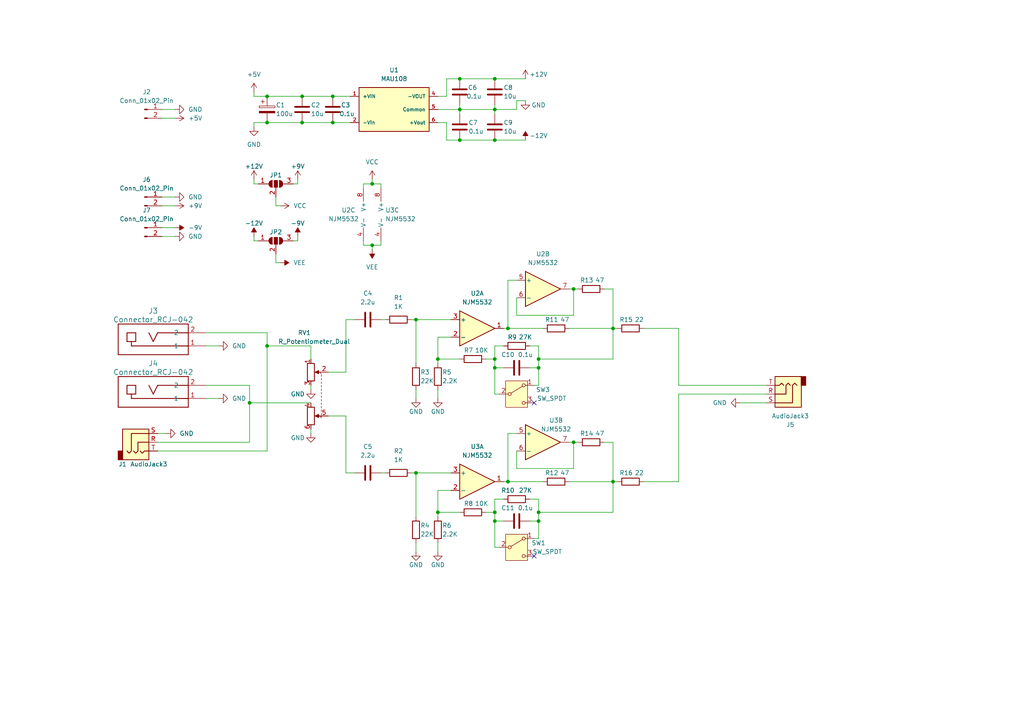
<source format=kicad_sch>
(kicad_sch (version 20230121) (generator eeschema)
  (paper "A4")
  (lib_symbols
    (symbol "Amplifier_Operational:NJM5532" (pin_names (offset 0.127))
      (property "Reference" "U" (at 0 5.08 0))
      (property "Value" "NJM5532" (at 0 -5.08 0))
      (symbol "NJM5532_1_1"
        (polyline (pts (xy -5.08 5.08) (xy 5.08 0) (xy -5.08 -5.08) (xy -5.08 5.08)) (stroke (width 0.254)) (fill (type background)))
        (pin output line (at 7.62 0 180) (length 2.54) (name "~") (number "1"))
        (pin input line (at -7.62 -2.54 0) (length 2.54) (name "-") (number "2"))
        (pin input line (at -7.62 2.54 0) (length 2.54) (name "+") (number "3"))
      )
      (symbol "NJM5532_2_1"
        (polyline (pts (xy -5.08 5.08) (xy 5.08 0) (xy -5.08 -5.08) (xy -5.08 5.08)) (stroke (width 0.254)) (fill (type background)))
        (pin input line (at -7.62 2.54 0) (length 2.54) (name "+") (number "5"))
        (pin input line (at -7.62 -2.54 0) (length 2.54) (name "-") (number "6"))
        (pin output line (at 7.62 0 180) (length 2.54) (name "~") (number "7"))
      )
      (symbol "NJM5532_3_1"
        (pin power_in line (at -2.54 -7.62 90) (length 3.81) (name "V-") (number "4"))
        (pin power_in line (at -2.54 7.62 270) (length 3.81) (name "V+") (number "8"))
      )
    )
    (symbol "Connector:Conn_01x02_Pin" (pin_names (offset 1.016) hide)
      (property "Reference" "J" (at 0 2.54 0))
      (property "Value" "Conn_01x02_Pin" (at 0 -5.08 0))
      (symbol "Conn_01x02_Pin_1_1"
        (polyline (pts (xy 1.27 -2.54) (xy 0.8636 -2.54)) (stroke (width 0.1524)))
        (polyline (pts (xy 1.27 0) (xy 0.8636 0)) (stroke (width 0.1524)))
        (rectangle (start 0.8636 -2.413) (end 0 -2.667) (stroke (width 0.1524)) (fill (type outline)))
        (rectangle (start 0.8636 0.127) (end 0 -0.127) (stroke (width 0.1524)) (fill (type outline)))
        (pin passive line (at 5.08 0 180) (length 3.81) (name "Pin_1") (number "1"))
        (pin passive line (at 5.08 -2.54 180) (length 3.81) (name "Pin_2") (number "2"))
      )
    )
    (symbol "Connector_Audio:AudioJack3"
      (property "Reference" "J" (at 0 8.89 0))
      (property "Value" "AudioJack3" (at 0 6.35 0))
      (symbol "AudioJack3_0_1"
        (rectangle (start -5.08 -5.08) (end -6.35 -2.54) (stroke (width 0.254)) (fill (type outline)))
        (polyline (pts (xy 0 -2.54) (xy 0.635 -3.175) (xy 1.27 -2.54) (xy 2.54 -2.54)) (stroke (width 0.254)))
        (polyline (pts (xy -1.905 -2.54) (xy -1.27 -3.175) (xy -0.635 -2.54) (xy -0.635 0) (xy 2.54 0)) (stroke (width 0.254)))
        (polyline (pts (xy 2.54 2.54) (xy -2.54 2.54) (xy -2.54 -2.54) (xy -3.175 -3.175) (xy -3.81 -2.54)) (stroke (width 0.254)))
        (rectangle (start 2.54 3.81) (end -5.08 -5.08) (stroke (width 0.254)) (fill (type background)))
      )
      (symbol "AudioJack3_1_1"
        (pin passive line (at 5.08 0 180) (length 2.54) (name "~") (number "R"))
        (pin passive line (at 5.08 2.54 180) (length 2.54) (name "~") (number "S"))
        (pin passive line (at 5.08 -2.54 180) (length 2.54) (name "~") (number "T"))
      )
    )
    (symbol "Connector_RCJ-042_1" (pin_names (offset 0.254))
      (property "Reference" "J" (at -15.24 6.35 0))
      (property "Value" "Connector_RCJ-042" (at -15.24 3.81 0))
      (symbol "Connector_RCJ-042_1_0_1"
        (pin unspecified line (at 0 -3.81 180) (length 7.62) (name "1") (number "1"))
      )
      (symbol "Connector_RCJ-042_1_1_1"
        (polyline (pts (xy -25.4 -6.35) (xy -5.08 -6.35)) (stroke (width 0.254)))
        (polyline (pts (xy -25.4 2.54) (xy -25.4 -6.35)) (stroke (width 0.254)))
        (polyline (pts (xy -22.86 -2.54) (xy -20.32 -2.54)) (stroke (width 0.254)))
        (polyline (pts (xy -22.86 0) (xy -22.86 -2.54)) (stroke (width 0.254)))
        (polyline (pts (xy -21.59 -3.81) (xy -21.59 -2.54)) (stroke (width 0.254)))
        (polyline (pts (xy -20.32 -2.54) (xy -20.32 0)) (stroke (width 0.254)))
        (polyline (pts (xy -20.32 0) (xy -22.86 0)) (stroke (width 0.254)))
        (polyline (pts (xy -15.24 -2.54) (xy -16.51 0)) (stroke (width 0.254)))
        (polyline (pts (xy -13.97 0) (xy -15.24 -2.54)) (stroke (width 0.254)))
        (polyline (pts (xy -5.08 -6.35) (xy -5.08 2.54)) (stroke (width 0.254)))
        (polyline (pts (xy -5.08 -3.81) (xy -21.59 -3.81)) (stroke (width 0.254)))
        (polyline (pts (xy -5.08 0) (xy -13.97 0)) (stroke (width 0.254)))
        (polyline (pts (xy -5.08 2.54) (xy -25.4 2.54)) (stroke (width 0.254)))
        (pin unspecified line (at 0 0 180) (length 7.62) (name "2") (number "2"))
      )
    )
    (symbol "Device:C" (pin_numbers hide) (pin_names (offset 0.254))
      (property "Reference" "C" (at 0.635 2.54 0))
      (property "Value" "C" (at 0.635 -2.54 0))
      (symbol "C_0_1"
        (polyline (pts (xy -2.032 -0.762) (xy 2.032 -0.762)) (stroke (width 0.508)))
        (polyline (pts (xy -2.032 0.762) (xy 2.032 0.762)) (stroke (width 0.508)))
      )
      (symbol "C_1_1"
        (pin passive line (at 0 3.81 270) (length 2.794) (name "~") (number "1"))
        (pin passive line (at 0 -3.81 90) (length 2.794) (name "~") (number "2"))
      )
    )
    (symbol "Device:C_Polarized" (pin_numbers hide) (pin_names (offset 0.254))
      (property "Reference" "C" (at 0.635 2.54 0))
      (property "Value" "C_Polarized" (at 0.635 -2.54 0))
      (symbol "C_Polarized_0_1"
        (rectangle (start -2.286 0.508) (end 2.286 1.016))
        (polyline (pts (xy -1.778 2.286) (xy -0.762 2.286)))
        (polyline (pts (xy -1.27 2.794) (xy -1.27 1.778)))
        (rectangle (start 2.286 -0.508) (end -2.286 -1.016) (fill (type outline)))
      )
      (symbol "C_Polarized_1_1"
        (pin passive line (at 0 3.81 270) (length 2.794) (name "~") (number "1"))
        (pin passive line (at 0 -3.81 90) (length 2.794) (name "~") (number "2"))
      )
    )
    (symbol "Device:R" (pin_numbers hide) (pin_names (offset 0))
      (property "Reference" "R" (at 2.032 0 90))
      (property "Value" "R" (at 0 0 90))
      (symbol "R_0_1"
        (rectangle (start -1.016 -2.54) (end 1.016 2.54) (stroke (width 0.254)))
      )
      (symbol "R_1_1"
        (pin passive line (at 0 3.81 270) (length 1.27) (name "~") (number "1"))
        (pin passive line (at 0 -3.81 90) (length 1.27) (name "~") (number "2"))
      )
    )
    (symbol "Device:R_Potentiometer_Dual" (pin_names (offset 1.016) hide)
      (property "Reference" "RV" (at 0 3.81 0))
      (property "Value" "R_Potentiometer_Dual" (at 0 1.905 0))
      (symbol "R_Potentiometer_Dual_0_1"
        (rectangle (start -8.89 -1.524) (end -3.81 -3.556) (stroke (width 0.254)))
        (polyline (pts (xy -6.35 0) (xy -6.35 -1.016)))
        (polyline (pts (xy -6.35 0) (xy -6.35 -1.016)))
        (polyline (pts (xy -6.35 0) (xy -5.842 0.508)))
        (polyline (pts (xy -5.588 0.508) (xy -5.08 0.508)))
        (polyline (pts (xy -4.572 0.508) (xy -4.064 0.508)))
        (polyline (pts (xy -3.556 0.508) (xy -3.048 0.508)))
        (polyline (pts (xy -2.54 0.508) (xy -2.032 0.508)))
        (polyline (pts (xy -1.524 0.508) (xy -1.016 0.508)))
        (polyline (pts (xy -0.508 0.508) (xy 0 0.508)))
        (polyline (pts (xy 0.508 0.508) (xy 1.016 0.508)))
        (polyline (pts (xy 1.524 0.508) (xy 2.032 0.508)))
        (polyline (pts (xy 2.54 0.508) (xy 3.048 0.508)))
        (polyline (pts (xy 3.556 0.508) (xy 4.064 0.508)))
        (polyline (pts (xy 4.572 0.508) (xy 5.08 0.508)))
        (polyline (pts (xy 5.588 0.508) (xy 6.096 0.508)))
        (polyline (pts (xy 6.35 0) (xy 6.35 -1.016)))
        (polyline (pts (xy 6.35 0) (xy 6.35 -1.016)))
        (polyline (pts (xy 6.604 0.508) (xy 6.858 0.508) (xy 6.35 0)))
        (polyline (pts (xy -6.35 -1.397) (xy -6.858 -0.254) (xy -5.842 -0.254) (xy -6.35 -1.397)) (fill (type outline)))
        (polyline (pts (xy 6.35 -1.397) (xy 5.842 -0.254) (xy 6.858 -0.254) (xy 6.35 -1.397)) (fill (type outline)))
        (rectangle (start 3.81 -1.524) (end 8.89 -3.556) (stroke (width 0.254)))
      )
      (symbol "R_Potentiometer_Dual_1_1"
        (pin passive line (at -10.16 -2.54 0) (length 1.27) (name "1") (number "1"))
        (pin passive line (at -6.35 2.54 270) (length 2.54) (name "2") (number "2"))
        (pin passive line (at -2.54 -2.54 180) (length 1.27) (name "3") (number "3"))
        (pin passive line (at 2.54 -2.54 0) (length 1.27) (name "4") (number "4"))
        (pin passive line (at 6.35 2.54 270) (length 2.54) (name "5") (number "5"))
        (pin passive line (at 10.16 -2.54 180) (length 1.27) (name "6") (number "6"))
      )
    )
    (symbol "Jumper:SolderJumper_3_Open" (pin_names (offset 0) hide)
      (property "Reference" "JP" (at -2.54 -2.54 0))
      (property "Value" "SolderJumper_3_Open" (at 0 2.794 0))
      (symbol "SolderJumper_3_Open_0_1"
        (arc (start -1.016 1.016) (mid -2.0276 0) (end -1.016 -1.016))
        (arc (start -1.016 1.016) (mid -2.0276 0) (end -1.016 -1.016) (fill (type outline)))
        (rectangle (start -0.508 1.016) (end 0.508 -1.016) (fill (type outline)))
        (polyline (pts (xy -2.54 0) (xy -2.032 0)))
        (polyline (pts (xy -1.016 1.016) (xy -1.016 -1.016)))
        (polyline (pts (xy 0 -1.27) (xy 0 -1.016)))
        (polyline (pts (xy 1.016 1.016) (xy 1.016 -1.016)))
        (polyline (pts (xy 2.54 0) (xy 2.032 0)))
        (arc (start 1.016 -1.016) (mid 2.0276 0) (end 1.016 1.016))
        (arc (start 1.016 -1.016) (mid 2.0276 0) (end 1.016 1.016) (fill (type outline)))
      )
      (symbol "SolderJumper_3_Open_1_1"
        (pin passive line (at -5.08 0 0) (length 2.54) (name "A") (number "1"))
        (pin passive line (at 0 -3.81 90) (length 2.54) (name "C") (number "2"))
        (pin passive line (at 5.08 0 180) (length 2.54) (name "B") (number "3"))
      )
    )
    (symbol "Switch:SW_SPDT" (pin_names (offset 0) hide)
      (property "Reference" "SW" (at 0 5.08 0))
      (property "Value" "SW_SPDT" (at 0 -5.08 0))
      (symbol "SW_SPDT_0_1"
        (circle (center -2.032 0) (radius 0.4572))
        (polyline (pts (xy -1.651 0.254) (xy 1.651 2.286)))
        (circle (center 2.032 -2.54) (radius 0.4572))
        (circle (center 2.032 2.54) (radius 0.4572))
      )
      (symbol "SW_SPDT_1_1"
        (rectangle (start -3.175 3.81) (end 3.175 -3.81) (fill (type background)))
        (pin passive line (at 5.08 2.54 180) (length 2.54) (name "A") (number "1"))
        (pin passive line (at -5.08 0 0) (length 2.54) (name "B") (number "2"))
        (pin passive line (at 5.08 -2.54 180) (length 2.54) (name "C") (number "3"))
      )
    )
    (symbol "TomoshibiLibrary:Connector_RCJ-042" (pin_names (offset 0.254))
      (property "Reference" "J" (at -15.24 6.35 0))
      (property "Value" "Connector_RCJ-042" (at -15.24 3.81 0))
      (symbol "Connector_RCJ-042_0_1"
        (pin unspecified line (at 0 -3.81 180) (length 7.62) (name "1") (number "1"))
      )
      (symbol "Connector_RCJ-042_1_1"
        (polyline (pts (xy -25.4 -6.35) (xy -5.08 -6.35)) (stroke (width 0.254)))
        (polyline (pts (xy -25.4 2.54) (xy -25.4 -6.35)) (stroke (width 0.254)))
        (polyline (pts (xy -22.86 -2.54) (xy -20.32 -2.54)) (stroke (width 0.254)))
        (polyline (pts (xy -22.86 0) (xy -22.86 -2.54)) (stroke (width 0.254)))
        (polyline (pts (xy -21.59 -3.81) (xy -21.59 -2.54)) (stroke (width 0.254)))
        (polyline (pts (xy -20.32 -2.54) (xy -20.32 0)) (stroke (width 0.254)))
        (polyline (pts (xy -20.32 0) (xy -22.86 0)) (stroke (width 0.254)))
        (polyline (pts (xy -15.24 -2.54) (xy -16.51 0)) (stroke (width 0.254)))
        (polyline (pts (xy -13.97 0) (xy -15.24 -2.54)) (stroke (width 0.254)))
        (polyline (pts (xy -5.08 -6.35) (xy -5.08 2.54)) (stroke (width 0.254)))
        (polyline (pts (xy -5.08 -3.81) (xy -21.59 -3.81)) (stroke (width 0.254)))
        (polyline (pts (xy -5.08 0) (xy -13.97 0)) (stroke (width 0.254)))
        (polyline (pts (xy -5.08 2.54) (xy -25.4 2.54)) (stroke (width 0.254)))
        (pin unspecified line (at 0 0 180) (length 7.62) (name "2") (number "2"))
      )
    )
    (symbol "TomoshibiLibrary:DCDC_MAU108" (pin_names (offset 1.016))
      (property "Reference" "U" (at 2.54 -2.54 0))
      (property "Value" "MAU108" (at 0 0 0))
      (symbol "DCDC_MAU108_0_0"
        (rectangle (start 2.54 -5.08) (end 22.86 -17.78) (stroke (width 0.254)) (fill (type background)))
      )
      (symbol "DCDC_MAU108_1_0"
        (pin bidirectional line (at 0 -7.62 0) (length 2.54) (name "+VIN") (number "1"))
        (pin bidirectional line (at 0 -15.24 0) (length 2.54) (name "-Vin") (number "2"))
        (pin bidirectional line (at 25.4 -7.62 180) (length 2.54) (name "-VOUT") (number "4"))
        (pin bidirectional line (at 25.4 -11.43 180) (length 2.54) (name "Common") (number "5"))
        (pin bidirectional line (at 25.4 -15.24 180) (length 2.54) (name "+Vout") (number "6"))
      )
    )
    (symbol "power:+12V" (power) (pin_names (offset 0))
      (property "Value" "+12V" (at 0 3.556 0))
      (symbol "+12V_0_1"
        (polyline (pts (xy -0.762 1.27) (xy 0 2.54)))
        (polyline (pts (xy 0 0) (xy 0 2.54)))
        (polyline (pts (xy 0 2.54) (xy 0.762 1.27)))
      )
      (symbol "+12V_1_1"
        (pin power_in line (at 0 0 90) (length 0) hide (name "+12V") (number "1"))
      )
    )
    (symbol "power:+5V" (power) (pin_names (offset 0))
      (property "Value" "+5V" (at 0 3.556 0))
      (symbol "+5V_0_1"
        (polyline (pts (xy -0.762 1.27) (xy 0 2.54)))
        (polyline (pts (xy 0 0) (xy 0 2.54)))
        (polyline (pts (xy 0 2.54) (xy 0.762 1.27)))
      )
      (symbol "+5V_1_1"
        (pin power_in line (at 0 0 90) (length 0) hide (name "+5V") (number "1"))
      )
    )
    (symbol "power:+9V" (power) (pin_names (offset 0))
      (property "Value" "+9V" (at 0 3.556 0))
      (symbol "+9V_0_1"
        (polyline (pts (xy -0.762 1.27) (xy 0 2.54)))
        (polyline (pts (xy 0 0) (xy 0 2.54)))
        (polyline (pts (xy 0 2.54) (xy 0.762 1.27)))
      )
      (symbol "+9V_1_1"
        (pin power_in line (at 0 0 90) (length 0) hide (name "+9V") (number "1"))
      )
    )
    (symbol "power:-12V" (power) (pin_names (offset 0))
      (property "Value" "-12V" (at 0 3.81 0))
      (symbol "-12V_0_0"
        (pin power_in line (at 0 0 90) (length 0) hide (name "-12V") (number "1"))
      )
      (symbol "-12V_0_1"
        (polyline (pts (xy 0 0) (xy 0 1.27) (xy 0.762 1.27) (xy 0 2.54) (xy -0.762 1.27) (xy 0 1.27)) (fill (type outline)))
      )
    )
    (symbol "power:-9V" (power) (pin_names (offset 0))
      (property "Value" "-9V" (at 0 3.81 0))
      (symbol "-9V_0_1"
        (polyline (pts (xy 0 0) (xy 0 2.54)))
        (polyline (pts (xy 0.762 1.27) (xy -0.762 1.27) (xy 0 2.54) (xy 0.762 1.27)) (fill (type outline)))
      )
      (symbol "-9V_1_1"
        (pin power_in line (at 0 0 90) (length 0) hide (name "-9V") (number "1"))
      )
    )
    (symbol "power:GND" (power) (pin_names (offset 0))
      (property "Value" "GND" (at 0 -3.81 0))
      (symbol "GND_0_1"
        (polyline (pts (xy 0 0) (xy 0 -1.27) (xy 1.27 -1.27) (xy 0 -2.54) (xy -1.27 -1.27) (xy 0 -1.27)))
      )
      (symbol "GND_1_1"
        (pin power_in line (at 0 0 270) (length 0) hide (name "GND") (number "1"))
      )
    )
    (symbol "power:VCC" (power) (pin_names (offset 0))
      (property "Value" "VCC" (at 0 3.81 0))
      (symbol "VCC_0_1"
        (polyline (pts (xy -0.762 1.27) (xy 0 2.54)))
        (polyline (pts (xy 0 0) (xy 0 2.54)))
        (polyline (pts (xy 0 2.54) (xy 0.762 1.27)))
      )
      (symbol "VCC_1_1"
        (pin power_in line (at 0 0 90) (length 0) hide (name "VCC") (number "1"))
      )
    )
    (symbol "power:VEE" (power) (pin_names (offset 0))
      (property "Value" "VEE" (at 0 3.81 0))
      (symbol "VEE_0_1"
        (polyline (pts (xy 0 0) (xy 0 2.54)))
        (polyline (pts (xy 0.762 1.27) (xy -0.762 1.27) (xy 0 2.54) (xy 0.762 1.27)) (fill (type outline)))
      )
      (symbol "VEE_1_1"
        (pin power_in line (at 0 0 90) (length 0) hide (name "VEE") (number "1"))
      )
    )
  )
  (junction (at 96.52 35.56))
  (junction (at 77.47 35.56))
  (junction (at 127 104.14))
  (junction (at 143.51 22.86))
  (junction (at 156.21 151.13))
  (junction (at 143.51 31.75))
  (junction (at 156.21 148.59))
  (junction (at 166.37 83.82))
  (junction (at 166.37 128.27))
  (junction (at 77.47 27.94))
  (junction (at 143.51 40.64))
  (junction (at 143.51 104.14))
  (junction (at 177.8 139.7))
  (junction (at 156.21 104.14))
  (junction (at 143.51 151.13))
  (junction (at 107.95 71.12))
  (junction (at 77.47 100.33))
  (junction (at 72.39 116.84))
  (junction (at 133.35 40.64))
  (junction (at 147.32 139.7))
  (junction (at 156.21 106.68))
  (junction (at 143.51 106.68))
  (junction (at 147.32 95.25))
  (junction (at 96.52 27.94))
  (junction (at 127 148.59))
  (junction (at 133.35 22.86))
  (junction (at 133.35 31.75))
  (junction (at 87.63 27.94))
  (junction (at 177.8 95.25))
  (junction (at 87.63 35.56))
  (junction (at 120.65 92.71))
  (junction (at 143.51 148.59))
  (junction (at 107.95 53.34))
  (junction (at 120.65 137.16))
  (no_connect (at 154.94 116.84))
  (no_connect (at 154.94 161.29))
  (wire (pts (xy 147.32 125.73) (xy 149.86 125.73)))
  (wire (pts (xy 81.28 76.2) (xy 80.01 76.2)))
  (wire (pts (xy 166.37 83.82) (xy 167.64 83.82)))
  (wire (pts (xy 73.66 35.56) (xy 77.47 35.56)))
  (wire (pts (xy 152.4 29.21) (xy 149.86 29.21)))
  (wire (pts (xy 143.51 114.3) (xy 143.51 106.68)))
  (wire (pts (xy 165.1 139.7) (xy 177.8 139.7)))
  (wire (pts (xy 100.33 120.65) (xy 95.25 120.65)))
  (wire (pts (xy 149.86 86.36) (xy 149.86 91.44)))
  (wire (pts (xy 72.39 128.27) (xy 72.39 116.84)))
  (wire (pts (xy 86.36 53.34) (xy 86.36 52.07)))
  (wire (pts (xy 222.25 114.3) (xy 196.85 114.3)))
  (wire (pts (xy 59.69 115.57) (xy 63.5 115.57)))
  (wire (pts (xy 175.26 83.82) (xy 177.8 83.82)))
  (wire (pts (xy 90.17 111.76) (xy 90.17 113.03)))
  (wire (pts (xy 45.72 125.73) (xy 48.26 125.73)))
  (wire (pts (xy 149.86 29.21) (xy 149.86 31.75)))
  (wire (pts (xy 156.21 106.68) (xy 153.67 106.68)))
  (wire (pts (xy 127 113.03) (xy 127 115.57)))
  (wire (pts (xy 100.33 92.71) (xy 102.87 92.71)))
  (wire (pts (xy 186.69 95.25) (xy 196.85 95.25)))
  (wire (pts (xy 143.51 31.75) (xy 133.35 31.75)))
  (wire (pts (xy 196.85 111.76) (xy 222.25 111.76)))
  (wire (pts (xy 143.51 31.75) (xy 143.51 33.02)))
  (wire (pts (xy 73.66 26.67) (xy 73.66 27.94)))
  (wire (pts (xy 147.32 95.25) (xy 147.32 81.28)))
  (wire (pts (xy 177.8 104.14) (xy 156.21 104.14)))
  (wire (pts (xy 177.8 139.7) (xy 179.07 139.7)))
  (wire (pts (xy 166.37 135.89) (xy 166.37 128.27)))
  (wire (pts (xy 127 148.59) (xy 133.35 148.59)))
  (wire (pts (xy 146.05 151.13) (xy 143.51 151.13)))
  (wire (pts (xy 127 104.14) (xy 127 105.41)))
  (wire (pts (xy 143.51 22.86) (xy 152.4 22.86)))
  (wire (pts (xy 156.21 104.14) (xy 156.21 106.68)))
  (wire (pts (xy 77.47 35.56) (xy 87.63 35.56)))
  (wire (pts (xy 110.49 53.34) (xy 107.95 53.34)))
  (wire (pts (xy 149.86 130.81) (xy 149.86 135.89)))
  (wire (pts (xy 85.09 69.85) (xy 86.36 69.85)))
  (wire (pts (xy 196.85 139.7) (xy 186.69 139.7)))
  (wire (pts (xy 153.67 100.33) (xy 156.21 100.33)))
  (wire (pts (xy 196.85 114.3) (xy 196.85 139.7)))
  (wire (pts (xy 177.8 83.82) (xy 177.8 95.25)))
  (wire (pts (xy 196.85 95.25) (xy 196.85 111.76)))
  (wire (pts (xy 149.86 91.44) (xy 166.37 91.44)))
  (wire (pts (xy 127 142.24) (xy 130.81 142.24)))
  (wire (pts (xy 119.38 92.71) (xy 120.65 92.71)))
  (wire (pts (xy 127 148.59) (xy 127 149.86)))
  (wire (pts (xy 133.35 40.64) (xy 143.51 40.64)))
  (wire (pts (xy 127 104.14) (xy 127 97.79)))
  (wire (pts (xy 59.69 96.52) (xy 77.47 96.52)))
  (wire (pts (xy 86.36 53.34) (xy 85.09 53.34)))
  (wire (pts (xy 149.86 135.89) (xy 166.37 135.89)))
  (wire (pts (xy 146.05 106.68) (xy 143.51 106.68)))
  (wire (pts (xy 77.47 27.94) (xy 87.63 27.94)))
  (wire (pts (xy 143.51 100.33) (xy 146.05 100.33)))
  (wire (pts (xy 127 35.56) (xy 129.54 35.56)))
  (wire (pts (xy 120.65 137.16) (xy 120.65 149.86)))
  (wire (pts (xy 110.49 137.16) (xy 111.76 137.16)))
  (wire (pts (xy 105.41 53.34) (xy 105.41 54.61)))
  (wire (pts (xy 166.37 128.27) (xy 165.1 128.27)))
  (wire (pts (xy 105.41 71.12) (xy 105.41 69.85)))
  (wire (pts (xy 133.35 31.75) (xy 133.35 30.48)))
  (wire (pts (xy 129.54 22.86) (xy 133.35 22.86)))
  (wire (pts (xy 129.54 27.94) (xy 129.54 22.86)))
  (wire (pts (xy 107.95 52.07) (xy 107.95 53.34)))
  (wire (pts (xy 127 31.75) (xy 133.35 31.75)))
  (wire (pts (xy 96.52 35.56) (xy 101.6 35.56)))
  (wire (pts (xy 140.97 148.59) (xy 143.51 148.59)))
  (wire (pts (xy 73.66 27.94) (xy 77.47 27.94)))
  (wire (pts (xy 143.51 40.64) (xy 152.4 40.64)))
  (wire (pts (xy 107.95 71.12) (xy 105.41 71.12)))
  (wire (pts (xy 177.8 95.25) (xy 177.8 104.14)))
  (wire (pts (xy 133.35 31.75) (xy 133.35 33.02)))
  (wire (pts (xy 143.51 30.48) (xy 143.51 31.75)))
  (wire (pts (xy 177.8 95.25) (xy 179.07 95.25)))
  (wire (pts (xy 127 148.59) (xy 127 142.24)))
  (wire (pts (xy 147.32 139.7) (xy 157.48 139.7)))
  (wire (pts (xy 147.32 81.28) (xy 149.86 81.28)))
  (wire (pts (xy 144.78 158.75) (xy 143.51 158.75)))
  (wire (pts (xy 50.8 34.29) (xy 46.99 34.29)))
  (wire (pts (xy 156.21 144.78) (xy 156.21 148.59)))
  (wire (pts (xy 166.37 91.44) (xy 166.37 83.82)))
  (wire (pts (xy 73.66 36.83) (xy 73.66 35.56)))
  (wire (pts (xy 120.65 137.16) (xy 130.81 137.16)))
  (wire (pts (xy 72.39 116.84) (xy 90.17 116.84)))
  (wire (pts (xy 153.67 144.78) (xy 156.21 144.78)))
  (wire (pts (xy 156.21 151.13) (xy 153.67 151.13)))
  (wire (pts (xy 129.54 40.64) (xy 133.35 40.64)))
  (wire (pts (xy 80.01 59.69) (xy 80.01 57.15)))
  (wire (pts (xy 72.39 111.76) (xy 72.39 116.84)))
  (wire (pts (xy 110.49 92.71) (xy 111.76 92.71)))
  (wire (pts (xy 77.47 100.33) (xy 77.47 130.81)))
  (wire (pts (xy 59.69 100.33) (xy 63.5 100.33)))
  (wire (pts (xy 120.65 157.48) (xy 120.65 160.02)))
  (wire (pts (xy 146.05 95.25) (xy 147.32 95.25)))
  (wire (pts (xy 166.37 83.82) (xy 165.1 83.82)))
  (wire (pts (xy 146.05 139.7) (xy 147.32 139.7)))
  (wire (pts (xy 133.35 22.86) (xy 143.51 22.86)))
  (wire (pts (xy 46.99 68.58) (xy 50.8 68.58)))
  (wire (pts (xy 46.99 66.04) (xy 50.8 66.04)))
  (wire (pts (xy 144.78 114.3) (xy 143.51 114.3)))
  (wire (pts (xy 81.28 59.69) (xy 80.01 59.69)))
  (wire (pts (xy 90.17 104.14) (xy 90.17 100.33)))
  (wire (pts (xy 154.94 111.76) (xy 156.21 111.76)))
  (wire (pts (xy 107.95 72.39) (xy 107.95 71.12)))
  (wire (pts (xy 95.25 107.95) (xy 100.33 107.95)))
  (wire (pts (xy 156.21 111.76) (xy 156.21 106.68)))
  (wire (pts (xy 87.63 35.56) (xy 96.52 35.56)))
  (wire (pts (xy 73.66 52.07) (xy 73.66 53.34)))
  (wire (pts (xy 73.66 69.85) (xy 74.93 69.85)))
  (wire (pts (xy 59.69 111.76) (xy 72.39 111.76)))
  (wire (pts (xy 127 97.79) (xy 130.81 97.79)))
  (wire (pts (xy 156.21 156.21) (xy 156.21 151.13)))
  (wire (pts (xy 143.51 151.13) (xy 143.51 148.59)))
  (wire (pts (xy 129.54 35.56) (xy 129.54 40.64)))
  (wire (pts (xy 140.97 104.14) (xy 143.51 104.14)))
  (wire (pts (xy 90.17 124.46) (xy 90.17 125.73)))
  (wire (pts (xy 127 27.94) (xy 129.54 27.94)))
  (wire (pts (xy 45.72 128.27) (xy 72.39 128.27)))
  (wire (pts (xy 147.32 139.7) (xy 147.32 125.73)))
  (wire (pts (xy 110.49 54.61) (xy 110.49 53.34)))
  (wire (pts (xy 73.66 68.58) (xy 73.66 69.85)))
  (wire (pts (xy 166.37 128.27) (xy 167.64 128.27)))
  (wire (pts (xy 143.51 31.75) (xy 149.86 31.75)))
  (wire (pts (xy 143.51 148.59) (xy 143.51 144.78)))
  (wire (pts (xy 222.25 116.84) (xy 214.63 116.84)))
  (wire (pts (xy 143.51 144.78) (xy 146.05 144.78)))
  (wire (pts (xy 177.8 148.59) (xy 156.21 148.59)))
  (wire (pts (xy 143.51 158.75) (xy 143.51 151.13)))
  (wire (pts (xy 156.21 148.59) (xy 156.21 151.13)))
  (wire (pts (xy 73.66 53.34) (xy 74.93 53.34)))
  (wire (pts (xy 46.99 31.75) (xy 50.8 31.75)))
  (wire (pts (xy 175.26 128.27) (xy 177.8 128.27)))
  (wire (pts (xy 120.65 113.03) (xy 120.65 115.57)))
  (wire (pts (xy 120.65 92.71) (xy 120.65 105.41)))
  (wire (pts (xy 77.47 96.52) (xy 77.47 100.33)))
  (wire (pts (xy 86.36 69.85) (xy 86.36 68.58)))
  (wire (pts (xy 107.95 53.34) (xy 105.41 53.34)))
  (wire (pts (xy 87.63 27.94) (xy 96.52 27.94)))
  (wire (pts (xy 45.72 130.81) (xy 77.47 130.81)))
  (wire (pts (xy 143.51 104.14) (xy 143.51 100.33)))
  (wire (pts (xy 127 104.14) (xy 133.35 104.14)))
  (wire (pts (xy 110.49 71.12) (xy 107.95 71.12)))
  (wire (pts (xy 127 157.48) (xy 127 160.02)))
  (wire (pts (xy 119.38 137.16) (xy 120.65 137.16)))
  (wire (pts (xy 177.8 139.7) (xy 177.8 148.59)))
  (wire (pts (xy 154.94 156.21) (xy 156.21 156.21)))
  (wire (pts (xy 100.33 137.16) (xy 100.33 120.65)))
  (wire (pts (xy 90.17 100.33) (xy 77.47 100.33)))
  (wire (pts (xy 100.33 107.95) (xy 100.33 92.71)))
  (wire (pts (xy 120.65 92.71) (xy 130.81 92.71)))
  (wire (pts (xy 46.99 57.15) (xy 50.8 57.15)))
  (wire (pts (xy 96.52 27.94) (xy 101.6 27.94)))
  (wire (pts (xy 147.32 95.25) (xy 157.48 95.25)))
  (wire (pts (xy 110.49 69.85) (xy 110.49 71.12)))
  (wire (pts (xy 165.1 95.25) (xy 177.8 95.25)))
  (wire (pts (xy 177.8 128.27) (xy 177.8 139.7)))
  (wire (pts (xy 102.87 137.16) (xy 100.33 137.16)))
  (wire (pts (xy 80.01 76.2) (xy 80.01 73.66)))
  (wire (pts (xy 46.99 59.69) (xy 50.8 59.69)))
  (wire (pts (xy 143.51 106.68) (xy 143.51 104.14)))
  (wire (pts (xy 156.21 100.33) (xy 156.21 104.14)))
  (symbol (lib_id "Device:R") (at 127 109.22 180) (unit 1)
    (property "Reference" "R5" (at 128.27 107.95 0) (effects (justify right)))
    (property "Value" "2.2K" (at 128.27 110.49 0) (effects (justify right)))
    (property "Footprint" "Resistor_THT:R_Axial_DIN0207_L6.3mm_D2.5mm_P10.16mm_Horizontal" (effects hide))
  )
  (symbol (lib_id "Device:C_Polarized") (at 77.47 31.75 0) (unit 1)
    (property "Reference" "C1" (at 80.01 30.48 0) (effects (justify left)))
    (property "Value" "100u" (at 80.01 33.02 0) (effects (justify left)))
    (property "Footprint" "Capacitor_SMD:CP_Elec_6.3x5.7" (effects hide))
  )
  (symbol (lib_id "power:-9V") (at 50.8 66.04 270) (unit 1)
    (property "Reference" "#PWR021" (effects hide))
    (property "Value" "-9V" (at 54.61 66.04 90) (effects (justify left)))
  )
  (symbol (lib_id "Connector:Conn_01x02_Pin") (at 41.91 31.75 0) (unit 1)
    (property "Reference" "J2" (at 42.545 26.67 0))
    (property "Value" "Conn_01x02_Pin" (at 42.545 29.21 0))
    (property "Footprint" "Connector_Molex:Molex_SPOX_5268-02A_1x02_P2.50mm_Horizontal" (effects hide))
  )
  (symbol (lib_id "Device:C") (at 106.68 137.16 90) (unit 1)
    (property "Reference" "C5" (at 106.68 129.54 90))
    (property "Value" "2.2u" (at 106.68 132.08 90))
    (property "Footprint" "Capacitor_THT:C_Axial_L17.0mm_D7.0mm_P20.00mm_Horizontal" (effects hide))
  )
  (symbol (lib_id "power:-12V") (at 73.66 68.58 0) (unit 1)
    (property "Reference" "#PWR027" (effects hide))
    (property "Value" "-12V" (at 73.66 64.77 0))
  )
  (symbol (lib_id "Device:C") (at 106.68 92.71 90) (unit 1)
    (property "Reference" "C4" (at 106.68 85.09 90))
    (property "Value" "2.2u" (at 106.68 87.63 90))
    (property "Footprint" "Capacitor_THT:C_Axial_L17.0mm_D7.0mm_P20.00mm_Horizontal" (effects hide))
  )
  (symbol (lib_id "Device:R") (at 115.57 92.71 90) (unit 1)
    (property "Reference" "R1" (at 115.57 86.36 90))
    (property "Value" "1K" (at 115.57 88.9 90))
    (property "Footprint" "Resistor_THT:R_Axial_DIN0207_L6.3mm_D2.5mm_P10.16mm_Horizontal" (effects hide))
  )
  (symbol (lib_id "Amplifier_Operational:NJM5532") (at 107.95 62.23 0) (unit 3)
    (property "Reference" "U2" (at 99.06 60.96 0) (effects (justify left)))
    (property "Value" "NJM5532" (at 95.25 63.5 0) (effects (justify left)))
    (property "Footprint" "Package_DIP:DIP-8_W7.62mm" (effects hide))
    (property "Datasheet" "http://www.njr.com/semicon/PDF/NJM5532_E.pdf" (effects hide))
  )
  (symbol (lib_id "power:+5V") (at 73.66 26.67 0) (unit 1)
    (property "Reference" "#PWR06" (effects hide))
    (property "Value" "+5V" (at 73.66 21.59 0))
  )
  (symbol (lib_id "power:GND") (at 73.66 36.83 0) (unit 1)
    (property "Reference" "#PWR07" (effects hide))
    (property "Value" "GND" (at 73.66 41.91 0))
  )
  (symbol (lib_id "Device:R") (at 182.88 95.25 270) (unit 1)
    (property "Reference" "R15" (at 181.61 92.71 90))
    (property "Value" "22" (at 185.42 92.71 90))
    (property "Footprint" "Resistor_THT:R_Axial_DIN0207_L6.3mm_D2.5mm_P10.16mm_Horizontal" (effects hide))
  )
  (symbol (lib_id "power:GND") (at 63.5 115.57 90) (unit 1)
    (property "Reference" "#PWR05" (effects hide))
    (property "Value" "GND" (at 67.31 115.57 90) (effects (justify right)))
  )
  (symbol (lib_id "power:GND") (at 120.65 160.02 0) (unit 1)
    (property "Reference" "#PWR011" (effects hide))
    (property "Value" "GND" (at 120.65 163.83 0))
  )
  (symbol (lib_id "Jumper:SolderJumper_3_Open") (at 80.01 53.34 0) (unit 1)
    (property "Reference" "JP1" (at 80.01 50.8 0))
    (property "Value" "SolderJumper_3_Open" (effects hide))
    (property "Footprint" "Jumper:SolderJumper-3_P2.0mm_Open_TrianglePad1.0x1.5mm" (effects hide))
  )
  (symbol (lib_id "Connector:Conn_01x02_Pin") (at 41.91 66.04 0) (unit 1)
    (property "Reference" "J7" (at 42.545 60.96 0))
    (property "Value" "Conn_01x02_Pin" (at 42.545 63.5 0))
    (property "Footprint" "Connector_JST:JST_XH_S2B-XH-A_1x02_P2.50mm_Horizontal" (effects hide))
  )
  (symbol (lib_id "power:+12V") (at 152.4 22.86 0) (unit 1)
    (property "Reference" "#PWR014" (effects hide))
    (property "Value" "+12V" (at 156.21 21.59 0))
  )
  (symbol (lib_id "power:VCC") (at 81.28 59.69 270) (unit 1)
    (property "Reference" "#PWR022" (effects hide))
    (property "Value" "VCC" (at 85.09 59.69 90) (effects (justify left)))
  )
  (symbol (lib_id "power:VEE") (at 107.95 72.39 180) (unit 1)
    (property "Reference" "#PWR029" (effects hide))
    (property "Value" "VEE" (at 107.95 77.47 0))
  )
  (symbol (lib_id "Device:R") (at 149.86 144.78 270) (unit 1)
    (property "Reference" "R10" (at 147.32 142.24 90))
    (property "Value" "27K" (at 152.4 142.24 90))
    (property "Footprint" "Resistor_THT:R_Axial_DIN0207_L6.3mm_D2.5mm_P10.16mm_Horizontal" (effects hide))
  )
  (symbol (lib_id "Device:C") (at 143.51 26.67 0) (unit 1)
    (property "Reference" "C8" (at 146.05 25.4 0) (effects (justify left)))
    (property "Value" "10u" (at 146.05 27.94 0) (effects (justify left)))
    (property "Footprint" "Capacitor_SMD:C_0805_2012Metric" (effects hide))
  )
  (symbol (lib_id "Device:C") (at 133.35 26.67 0) (mirror y) (unit 1)
    (property "Reference" "C6" (at 138.43 25.4 0) (effects (justify left)))
    (property "Value" "0.1u" (at 139.7 27.94 0) (effects (justify left)))
    (property "Footprint" "Capacitor_SMD:C_0603_1608Metric" (effects hide))
  )
  (symbol (lib_id "power:+12V") (at 73.66 52.07 0) (unit 1)
    (property "Reference" "#PWR026" (effects hide))
    (property "Value" "+12V" (at 73.66 48.26 0))
  )
  (symbol (lib_id "Device:R") (at 182.88 139.7 270) (unit 1)
    (property "Reference" "R16" (at 181.61 137.16 90))
    (property "Value" "22" (at 185.42 137.16 90))
    (property "Footprint" "Resistor_THT:R_Axial_DIN0207_L6.3mm_D2.5mm_P10.16mm_Horizontal" (effects hide))
  )
  (symbol (lib_id "Device:C") (at 96.52 31.75 0) (mirror y) (unit 1)
    (property "Reference" "C3" (at 101.6 30.48 0) (effects (justify left)))
    (property "Value" "0.1u" (at 102.87 33.02 0) (effects (justify left)))
    (property "Footprint" "Capacitor_SMD:C_0603_1608Metric" (effects hide))
  )
  (symbol (lib_id "Device:C") (at 149.86 151.13 90) (unit 1)
    (property "Reference" "C11" (at 147.32 147.32 90))
    (property "Value" "0.1u" (at 152.4 147.32 90))
    (property "Footprint" "Capacitor_THT:C_Rect_L13.0mm_W6.0mm_P10.00mm_FKS3_FKP3_MKS4" (effects hide))
  )
  (symbol (lib_id "Connector_Audio:AudioJack3") (at 227.33 114.3 180) (unit 1)
    (property "Reference" "J5" (at 229.235 123.19 0))
    (property "Value" "AudioJack3" (at 229.235 120.65 0))
    (property "Footprint" "Connector_Audio:Jack_3.5mm_Switronic_ST-005-G_horizontal" (effects hide))
  )
  (symbol (lib_id "Device:C") (at 87.63 31.75 0) (unit 1)
    (property "Reference" "C2" (at 90.17 30.48 0) (effects (justify left)))
    (property "Value" "10u" (at 90.17 33.02 0) (effects (justify left)))
    (property "Footprint" "Capacitor_SMD:C_0805_2012Metric" (effects hide))
  )
  (symbol (lib_id "power:GND") (at 63.5 100.33 90) (unit 1)
    (property "Reference" "#PWR04" (effects hide))
    (property "Value" "GND" (at 67.31 100.33 90) (effects (justify right)))
  )
  (symbol (lib_id "Amplifier_Operational:NJM5532") (at 157.48 128.27 0) (unit 2)
    (property "Reference" "U3" (at 161.29 121.92 0))
    (property "Value" "NJM5532" (at 161.29 124.46 0))
    (property "Footprint" "Package_DIP:DIP-8_W7.62mm" (effects hide))
    (property "Datasheet" "http://www.njr.com/semicon/PDF/NJM5532_E.pdf" (effects hide))
  )
  (symbol (lib_id "power:+9V") (at 86.36 52.07 0) (unit 1)
    (property "Reference" "#PWR023" (effects hide))
    (property "Value" "+9V" (at 86.36 48.26 0))
  )
  (symbol (lib_id "power:+5V") (at 50.8 34.29 270) (unit 1)
    (property "Reference" "#PWR03" (effects hide))
    (property "Value" "+5V" (at 54.61 34.29 90) (effects (justify left)))
  )
  (symbol (lib_id "power:-9V") (at 86.36 68.58 0) (unit 1)
    (property "Reference" "#PWR025" (effects hide))
    (property "Value" "-9V" (at 86.36 64.77 0))
  )
  (symbol (lib_id "Device:R") (at 127 153.67 180) (unit 1)
    (property "Reference" "R6" (at 128.27 152.4 0) (effects (justify right)))
    (property "Value" "2.2K" (at 128.27 154.94 0) (effects (justify right)))
    (property "Footprint" "Resistor_THT:R_Axial_DIN0207_L6.3mm_D2.5mm_P10.16mm_Horizontal" (effects hide))
  )
  (symbol (lib_id "Device:R") (at 137.16 148.59 270) (unit 1)
    (property "Reference" "R8" (at 135.89 146.05 90))
    (property "Value" "10K" (at 139.7 146.05 90))
    (property "Footprint" "Resistor_THT:R_Axial_DIN0207_L6.3mm_D2.5mm_P10.16mm_Horizontal" (effects hide))
  )
  (symbol (lib_id "Switch:SW_SPDT") (at 149.86 114.3 0) (unit 1)
    (property "Reference" "SW3" (at 157.48 113.03 0))
    (property "Value" "SW_SPDT" (at 160.02 115.57 0))
    (property "Footprint" "TomoshibiLibrary:SW_Toggle_3P_SPDT_5Pin" (effects hide))
  )
  (symbol (lib_id "Device:R") (at 115.57 137.16 90) (unit 1)
    (property "Reference" "R2" (at 115.57 130.81 90))
    (property "Value" "1K" (at 115.57 133.35 90))
    (property "Footprint" "Resistor_THT:R_Axial_DIN0207_L6.3mm_D2.5mm_P10.16mm_Horizontal" (effects hide))
  )
  (symbol (lib_id "Device:R") (at 120.65 153.67 180) (unit 1)
    (property "Reference" "R4" (at 121.92 152.4 0) (effects (justify right)))
    (property "Value" "22K" (at 121.92 154.94 0) (effects (justify right)))
    (property "Footprint" "Resistor_THT:R_Axial_DIN0207_L6.3mm_D2.5mm_P10.16mm_Horizontal" (effects hide))
  )
  (symbol (lib_id "Device:R") (at 171.45 83.82 270) (unit 1)
    (property "Reference" "R13" (at 170.18 81.28 90))
    (property "Value" "47" (at 173.99 81.28 90))
    (property "Footprint" "Resistor_THT:R_Axial_DIN0207_L6.3mm_D2.5mm_P10.16mm_Horizontal" (effects hide))
  )
  (symbol (lib_id "power:GND") (at 90.17 113.03 0) (unit 1)
    (property "Reference" "#PWR08" (effects hide))
    (property "Value" "GND" (at 86.36 114.3 0))
  )
  (symbol (lib_id "Jumper:SolderJumper_3_Open") (at 80.01 69.85 0) (unit 1)
    (property "Reference" "JP2" (at 80.01 67.31 0))
    (property "Value" "SolderJumper_3_Open" (effects hide))
    (property "Footprint" "Jumper:SolderJumper-3_P2.0mm_Open_TrianglePad1.0x1.5mm" (effects hide))
  )
  (symbol (lib_id "Device:C") (at 149.86 106.68 90) (unit 1)
    (property "Reference" "C10" (at 147.32 102.87 90))
    (property "Value" "0.1u" (at 152.4 102.87 90))
    (property "Footprint" "Capacitor_THT:C_Rect_L13.0mm_W6.0mm_P10.00mm_FKS3_FKP3_MKS4" (effects hide))
  )
  (symbol (lib_id "power:VEE") (at 81.28 76.2 270) (unit 1)
    (property "Reference" "#PWR024" (effects hide))
    (property "Value" "VEE" (at 85.09 76.2 90) (effects (justify left)))
  )
  (symbol (lib_id "power:GND") (at 120.65 115.57 0) (unit 1)
    (property "Reference" "#PWR010" (effects hide))
    (property "Value" "GND" (at 120.65 119.38 0))
  )
  (symbol (lib_id "power:GND") (at 152.4 29.21 0) (unit 1)
    (property "Reference" "#PWR015" (effects hide))
    (property "Value" "GND" (at 156.21 30.48 0))
  )
  (symbol (lib_id "Device:R") (at 137.16 104.14 270) (unit 1)
    (property "Reference" "R7" (at 135.89 101.6 90))
    (property "Value" "10K" (at 139.7 101.6 90))
    (property "Footprint" "Resistor_THT:R_Axial_DIN0207_L6.3mm_D2.5mm_P10.16mm_Horizontal" (effects hide))
  )
  (symbol (lib_id "TomoshibiLibrary:DCDC_MAU108") (at 101.6 20.32 0) (unit 1)
    (property "Reference" "U1" (at 114.3 20.32 0))
    (property "Value" "MAU108" (at 114.3 22.86 0))
    (property "Footprint" "TomoshibiLibrary:DCDC_MAUseries" (effects hide))
    (property "DEVICE_CLASS_L1" "Integrated Circuits (ICs)" (effects hide))
    (property "DATASHEET" "https://www.murata.com/en-us/products/productdetail.aspx?partno=OKL-T/6-W12N-C" (effects hide))
    (property "DEVICE_CLASS_L3" "Voltage Regulators - Switching" (effects hide))
    (property "DEVICE_CLASS_L2" "Power Management ICs" (effects hide))
    (property "MF" "Murata" (effects hide))
    (property "ROHS" "Yes" (effects hide))
    (property "OUTPUT_TYPE" "AdjustableProgrammable" (effects hide))
    (property "AUTOMOTIVE" "No" (effects hide))
    (property "SWITCHING_TOPOLOGY" "Buck" (effects hide))
    (property "NUMBER_OF_OUTPUTS" "1" (effects hide))
    (property "OUTPUT_VOLTAGE" "0.591-5.5V" (effects hide))
    (property "CENTROID_NOT_SPECIFIED" "No" (effects hide))
    (property "FOOTPRINT_VARIANT_NAME_0" "Recommended_Land_Pattern" (effects hide))
    (property "MOUSER_PART_NUMBER" "580-OKL-T/6-W12N-C" (effects hide))
    (property "VERIFICATION_VERSION" "0.0.0.3" (effects hide))
    (property "MIN_SUPPLY_VOLTAGE" "4.5V" (effects hide))
    (property "MFG_PACKAGE_IDENT_DATE" "0" (effects hide))
    (property "MOUSER_DESCRIPTION" "Non-Isolated DC/DC Converters 12Vin .59-5.5Vout 6A 30W Neg Polarity" (effects hide))
    (property "TEMPERATURE_RANGE_LOW" "-40°C" (effects hide))
    (property "PREFIX" "MD" (effects hide))
    (property "DIGIKEY_PART_NUMBER" "811-2214-1-ND" (effects hide))
    (property "DIGIKEY_DESCRIPTION" "DC DC CONVERTER 0.591-5.5V 30W" (effects hide))
    (property "MAX_SUPPLY_VOLTAGE" "14V" (effects hide))
    (property "SWITCHING_FREQUENCY" "600kHz" (effects hide))
    (property "PACKAGE" "iLGA12" (effects hide))
    (property "NOMINAL_SUPPLY_CURRENT" "20mA" (effects hide))
    (property "MFG_PACKAGE_IDENT" "OKL-T/6-W12" (effects hide))
    (property "HEIGHT" "7.2mm" (effects hide))
    (property "LEAD_FREE" "Yes" (effects hide))
    (property "MFG_PACKAGE_IDENT_COMPONENT_ID" "4873da16363307f0" (effects hide))
    (property "MFG_PACKAGE_IDENT_REV" "0" (effects hide))
    (property "MPN" "OKL-T/6-W12N-C" (effects hide))
    (property "OUTPUT_CURRENT" "6A" (effects hide))
    (property "TEMPERATURE_RANGE_HIGH" "+85°C" (effects hide))
  )
  (symbol (lib_id "power:-12V") (at 152.4 40.64 0) (unit 1)
    (property "Reference" "#PWR016" (effects hide))
    (property "Value" "-12V" (at 156.21 39.37 0))
  )
  (symbol (lib_id "power:+9V") (at 50.8 59.69 270) (unit 1)
    (property "Reference" "#PWR020" (effects hide))
    (property "Value" "+9V" (at 54.61 59.69 90) (effects (justify left)))
  )
  (symbol (lib_id "Connector_Audio:AudioJack3") (at 40.64 128.27 0) (unit 1)
    (property "Reference" "J1" (at 35.56 134.62 0))
    (property "Value" "AudioJack3" (at 43.18 134.62 0))
    (property "Footprint" "Connector_Audio:Jack_3.5mm_Switronic_ST-005-G_horizontal" (effects hide))
  )
  (symbol (lib_id "Device:R_Potentiometer_Dual") (at 92.71 114.3 270) (unit 1)
    (property "Reference" "RV1" (at 90.17 96.52 90) (effects (justify right)))
    (property "Value" "R_Potentiometer_Dual" (at 101.6 99.06 90) (effects (justify right)))
    (property "Footprint" "TomoshibiLibrary:VR_ALPS9-dual" (effects hide))
  )
  (symbol (lib_id "Device:C") (at 143.51 36.83 0) (unit 1)
    (property "Reference" "C9" (at 146.05 35.56 0) (effects (justify left)))
    (property "Value" "10u" (at 146.05 38.1 0) (effects (justify left)))
    (property "Footprint" "Capacitor_SMD:C_0805_2012Metric" (effects hide))
  )
  (symbol (lib_id "power:VCC") (at 107.95 52.07 0) (unit 1)
    (property "Reference" "#PWR028" (effects hide))
    (property "Value" "VCC" (at 107.95 46.99 0))
  )
  (symbol (lib_id "power:GND") (at 127 160.02 0) (unit 1)
    (property "Reference" "#PWR013" (effects hide))
    (property "Value" "GND" (at 127 163.83 0))
  )
  (symbol (lib_id "power:GND") (at 90.17 125.73 0) (unit 1)
    (property "Reference" "#PWR09" (effects hide))
    (property "Value" "GND" (at 86.36 127 0))
  )
  (symbol (lib_id "Amplifier_Operational:NJM5532") (at 113.03 62.23 0) (unit 3)
    (property "Reference" "U3" (at 111.76 60.96 0) (effects (justify left)))
    (property "Value" "NJM5532" (at 111.76 63.5 0) (effects (justify left)))
    (property "Footprint" "Package_DIP:DIP-8_W7.62mm" (effects hide))
    (property "Datasheet" "http://www.njr.com/semicon/PDF/NJM5532_E.pdf" (effects hide))
  )
  (symbol (lib_id "Switch:SW_SPDT") (at 149.86 158.75 0) (unit 1)
    (property "Reference" "SW1" (at 156.21 157.48 0))
    (property "Value" "SW_SPDT" (at 158.75 160.02 0))
    (property "Footprint" "TomoshibiLibrary:SW_Toggle_3P_SPDT_5Pin" (effects hide))
  )
  (symbol (lib_id "Amplifier_Operational:NJM5532") (at 138.43 139.7 0) (unit 1)
    (property "Reference" "U3" (at 138.43 129.54 0))
    (property "Value" "NJM5532" (at 138.43 132.08 0))
    (property "Footprint" "Package_DIP:DIP-8_W7.62mm" (effects hide))
    (property "Datasheet" "http://www.njr.com/semicon/PDF/NJM5532_E.pdf" (effects hide))
  )
  (symbol (lib_id "Device:R") (at 171.45 128.27 270) (unit 1)
    (property "Reference" "R14" (at 170.18 125.73 90))
    (property "Value" "47" (at 173.99 125.73 90))
    (property "Footprint" "Resistor_THT:R_Axial_DIN0207_L6.3mm_D2.5mm_P10.16mm_Horizontal" (effects hide))
  )
  (symbol (lib_name "Connector_RCJ-042_1") (lib_id "TomoshibiLibrary:Connector_RCJ-042") (at 59.69 111.76 0) (unit 1)
    (property "Reference" "J4" (at 44.45 105.41 0) (effects (font (size 1.524 1.524))))
    (property "Value" "Connector_RCJ-042" (at 44.45 107.95 0) (effects (font (size 1.524 1.524))))
    (property "Footprint" "TomoshibiLibrary:Connector_RCJ-042CUD" (effects hide))
    (property "Datasheet" "RCJ-042" (effects hide))
  )
  (symbol (lib_id "Device:R") (at 161.29 139.7 270) (unit 1)
    (property "Reference" "R12" (at 160.02 137.16 90))
    (property "Value" "47" (at 163.83 137.16 90))
    (property "Footprint" "Resistor_THT:R_Axial_DIN0207_L6.3mm_D2.5mm_P10.16mm_Horizontal" (effects hide))
  )
  (symbol (lib_id "power:GND") (at 48.26 125.73 90) (unit 1)
    (property "Reference" "#PWR01" (effects hide))
    (property "Value" "GND" (at 52.07 125.73 90) (effects (justify right)))
  )
  (symbol (lib_id "Device:R") (at 161.29 95.25 270) (unit 1)
    (property "Reference" "R11" (at 160.02 92.71 90))
    (property "Value" "47" (at 163.83 92.71 90))
    (property "Footprint" "Resistor_THT:R_Axial_DIN0207_L6.3mm_D2.5mm_P10.16mm_Horizontal" (effects hide))
  )
  (symbol (lib_id "power:GND") (at 50.8 57.15 90) (unit 1)
    (property "Reference" "#PWR018" (effects hide))
    (property "Value" "GND" (at 54.61 57.15 90) (effects (justify right)))
  )
  (symbol (lib_id "Amplifier_Operational:NJM5532") (at 138.43 95.25 0) (unit 1)
    (property "Reference" "U2" (at 138.43 85.09 0))
    (property "Value" "NJM5532" (at 138.43 87.63 0))
    (property "Footprint" "Package_DIP:DIP-8_W7.62mm" (effects hide))
    (property "Datasheet" "http://www.njr.com/semicon/PDF/NJM5532_E.pdf" (effects hide))
  )
  (symbol (lib_id "Connector:Conn_01x02_Pin") (at 41.91 57.15 0) (unit 1)
    (property "Reference" "J6" (at 42.545 52.07 0))
    (property "Value" "Conn_01x02_Pin" (at 42.545 54.61 0))
    (property "Footprint" "Connector_JST:JST_XH_S2B-XH-A_1x02_P2.50mm_Horizontal" (effects hide))
  )
  (symbol (lib_id "power:GND") (at 50.8 68.58 90) (unit 1)
    (property "Reference" "#PWR019" (effects hide))
    (property "Value" "GND" (at 54.61 68.58 90) (effects (justify right)))
  )
  (symbol (lib_id "TomoshibiLibrary:Connector_RCJ-042") (at 59.69 96.52 0) (unit 1)
    (property "Reference" "J3" (at 44.45 90.17 0) (effects (font (size 1.524 1.524))))
    (property "Value" "Connector_RCJ-042" (at 44.45 92.71 0) (effects (font (size 1.524 1.524))))
    (property "Footprint" "TomoshibiLibrary:Connector_RCJ-042CUD" (effects hide))
    (property "Datasheet" "RCJ-042" (effects hide))
  )
  (symbol (lib_id "power:GND") (at 214.63 116.84 270) (unit 1)
    (property "Reference" "#PWR017" (effects hide))
    (property "Value" "GND" (at 210.82 116.84 90) (effects (justify right)))
  )
  (symbol (lib_id "Amplifier_Operational:NJM5532") (at 157.48 83.82 0) (unit 2)
    (property "Reference" "U2" (at 157.48 73.66 0))
    (property "Value" "NJM5532" (at 157.48 76.2 0))
    (property "Footprint" "Package_DIP:DIP-8_W7.62mm" (effects hide))
    (property "Datasheet" "http://www.njr.com/semicon/PDF/NJM5532_E.pdf" (effects hide))
  )
  (symbol (lib_id "Device:R") (at 149.86 100.33 270) (unit 1)
    (property "Reference" "R9" (at 148.59 97.79 90))
    (property "Value" "27K" (at 152.4 97.79 90))
    (property "Footprint" "Resistor_THT:R_Axial_DIN0207_L6.3mm_D2.5mm_P10.16mm_Horizontal" (effects hide))
  )
  (symbol (lib_id "power:GND") (at 127 115.57 0) (unit 1)
    (property "Reference" "#PWR012" (effects hide))
    (property "Value" "GND" (at 127 119.38 0))
  )
  (symbol (lib_id "Device:R") (at 120.65 109.22 180) (unit 1)
    (property "Reference" "R3" (at 121.92 107.95 0) (effects (justify right)))
    (property "Value" "22K" (at 121.92 110.49 0) (effects (justify right)))
    (property "Footprint" "Resistor_THT:R_Axial_DIN0207_L6.3mm_D2.5mm_P10.16mm_Horizontal" (effects hide))
  )
  (symbol (lib_id "Device:C") (at 133.35 36.83 0) (unit 1)
    (property "Reference" "C7" (at 135.89 35.56 0) (effects (justify left)))
    (property "Value" "0.1u" (at 135.89 38.1 0) (effects (justify left)))
    (property "Footprint" "Capacitor_SMD:C_0603_1608Metric" (effects hide))
  )
  (symbol (lib_id "power:GND") (at 50.8 31.75 90) (unit 1)
    (property "Reference" "#PWR02" (effects hide))
    (property "Value" "GND" (at 54.61 31.75 90) (effects (justify right)))
  )
)
</source>
